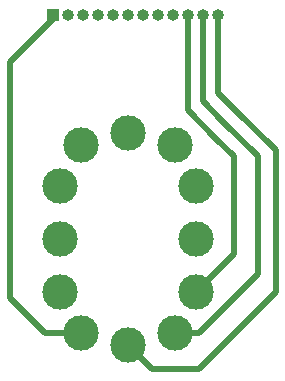
<source format=gbr>
%TF.GenerationSoftware,KiCad,Pcbnew,(6.0.1-0)*%
%TF.CreationDate,2022-02-14T16:52:24-05:00*%
%TF.ProjectId,nixie_daughter,6e697869-655f-4646-9175-67687465722e,rev?*%
%TF.SameCoordinates,Original*%
%TF.FileFunction,Copper,L2,Bot*%
%TF.FilePolarity,Positive*%
%FSLAX46Y46*%
G04 Gerber Fmt 4.6, Leading zero omitted, Abs format (unit mm)*
G04 Created by KiCad (PCBNEW (6.0.1-0)) date 2022-02-14 16:52:24*
%MOMM*%
%LPD*%
G01*
G04 APERTURE LIST*
%TA.AperFunction,ComponentPad*%
%ADD10C,3.000000*%
%TD*%
%TA.AperFunction,ComponentPad*%
%ADD11R,1.000000X1.000000*%
%TD*%
%TA.AperFunction,ComponentPad*%
%ADD12O,1.000000X1.000000*%
%TD*%
%TA.AperFunction,Conductor*%
%ADD13C,0.508000*%
%TD*%
G04 APERTURE END LIST*
D10*
%TO.P,IN-12,1,Pin_1*%
%TO.N,Net-(IN-12B1-Pad1)*%
X119000000Y-122000000D03*
%TO.P,IN-12,2,Pin_2*%
%TO.N,Net-(IN-12B1-Pad2)*%
X117250000Y-118500000D03*
%TO.P,IN-12,3,Pin_3*%
%TO.N,Net-(IN-12B1-Pad3)*%
X117250000Y-114000000D03*
%TO.P,IN-12,4,Pin_4*%
%TO.N,Net-(IN-12B1-Pad4)*%
X117250000Y-109500000D03*
%TO.P,IN-12,5,Pin_5*%
%TO.N,Net-(IN-12B1-Pad5)*%
X119000000Y-106000000D03*
%TO.P,IN-12,6,Pin_6*%
%TO.N,Net-(IN-12B1-Pad6)*%
X123000000Y-105000000D03*
%TO.P,IN-12,7,Pin_7*%
%TO.N,Net-(IN-12B1-Pad7)*%
X127000000Y-106000000D03*
%TO.P,IN-12,8,Pin_8*%
%TO.N,Net-(IN-12B1-Pad8)*%
X128750000Y-109500000D03*
%TO.P,IN-12,9,Pin_9*%
%TO.N,Net-(IN-12B1-Pad9)*%
X128750000Y-114000000D03*
%TO.P,IN-12,10,Pin_10*%
%TO.N,Net-(IN-12B1-Pad10)*%
X128750000Y-118500000D03*
%TO.P,IN-12,11,Pin_11*%
%TO.N,Net-(IN-12B1-Pad11)*%
X127000000Y-122000000D03*
%TO.P,IN-12,12,Pin_12*%
%TO.N,Net-(IN-12B1-Pad12)*%
X123000000Y-123000000D03*
%TD*%
D11*
%TO.P,J1,1,Pin_1*%
%TO.N,Net-(IN-12B1-Pad1)*%
X116650000Y-95000000D03*
D12*
%TO.P,J1,2,Pin_2*%
%TO.N,Net-(IN-12B1-Pad2)*%
X117920000Y-95000000D03*
%TO.P,J1,3,Pin_3*%
%TO.N,Net-(IN-12B1-Pad3)*%
X119190000Y-95000000D03*
%TO.P,J1,4,Pin_4*%
%TO.N,Net-(IN-12B1-Pad4)*%
X120460000Y-95000000D03*
%TO.P,J1,5,Pin_5*%
%TO.N,Net-(IN-12B1-Pad5)*%
X121730000Y-95000000D03*
%TO.P,J1,6,Pin_6*%
%TO.N,Net-(IN-12B1-Pad6)*%
X123000000Y-95000000D03*
%TO.P,J1,7,Pin_7*%
%TO.N,Net-(IN-12B1-Pad7)*%
X124270000Y-95000000D03*
%TO.P,J1,8,Pin_8*%
%TO.N,Net-(IN-12B1-Pad8)*%
X125540000Y-95000000D03*
%TO.P,J1,9,Pin_9*%
%TO.N,Net-(IN-12B1-Pad9)*%
X126810000Y-95000000D03*
%TO.P,J1,10,Pin_10*%
%TO.N,Net-(IN-12B1-Pad10)*%
X128080000Y-95000000D03*
%TO.P,J1,11,Pin_11*%
%TO.N,Net-(IN-12B1-Pad11)*%
X129350000Y-95000000D03*
%TO.P,J1,12,Pin_12*%
%TO.N,Net-(IN-12B1-Pad12)*%
X130620000Y-95000000D03*
%TD*%
D13*
%TO.N,Net-(IN-12B1-Pad1)*%
X119000000Y-122000000D02*
X116000000Y-122000000D01*
X116650000Y-95350000D02*
X116650000Y-95000000D01*
X113000000Y-99000000D02*
X116650000Y-95350000D01*
X113000000Y-119000000D02*
X113000000Y-99000000D01*
X116000000Y-122000000D02*
X113000000Y-119000000D01*
%TO.N,Net-(IN-12B1-Pad10)*%
X128080000Y-103080000D02*
X128080000Y-95000000D01*
X130500000Y-105500000D02*
X132000000Y-107000000D01*
X132000000Y-115250000D02*
X128750000Y-118500000D01*
X132000000Y-107000000D02*
X132000000Y-115250000D01*
X130500000Y-105500000D02*
X128080000Y-103080000D01*
%TO.N,Net-(IN-12B1-Pad11)*%
X134000000Y-117000000D02*
X129000000Y-122000000D01*
X129350000Y-102350000D02*
X129350000Y-95000000D01*
X131000000Y-104000000D02*
X129350000Y-102350000D01*
X134000000Y-107000000D02*
X134000000Y-117000000D01*
X129000000Y-122000000D02*
X127000000Y-122000000D01*
X131000000Y-104000000D02*
X134000000Y-107000000D01*
%TO.N,Net-(IN-12B1-Pad12)*%
X129000000Y-125000000D02*
X135500000Y-118500000D01*
X135500000Y-106500000D02*
X132000000Y-103000000D01*
X132000000Y-103000000D02*
X130620000Y-101620000D01*
X125000000Y-125000000D02*
X129000000Y-125000000D01*
X123000000Y-123000000D02*
X125000000Y-125000000D01*
X135500000Y-118500000D02*
X135500000Y-106500000D01*
X130620000Y-101620000D02*
X130620000Y-95000000D01*
%TD*%
M02*

</source>
